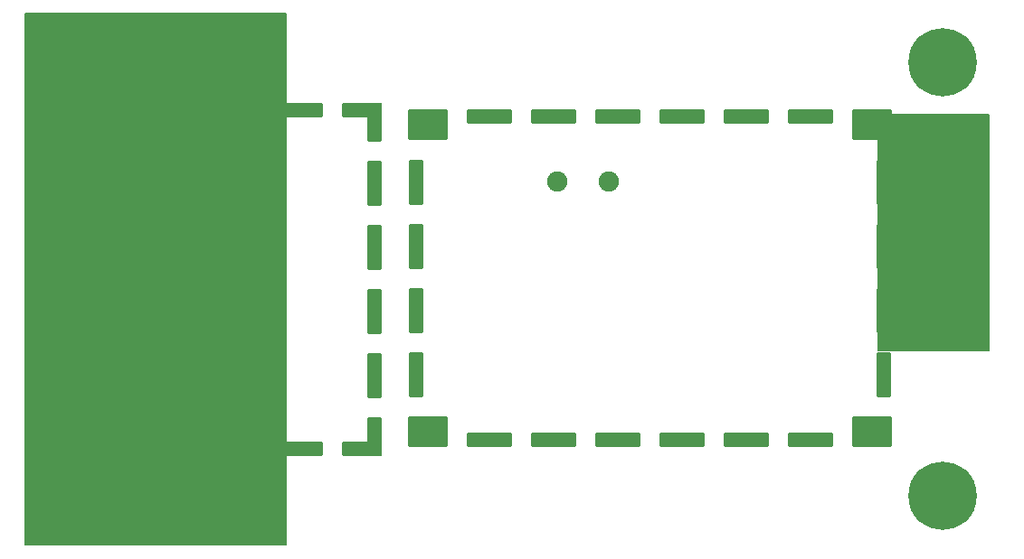
<source format=gbr>
%TF.GenerationSoftware,KiCad,Pcbnew,6.0.4-6f826c9f35~116~ubuntu20.04.1*%
%TF.CreationDate,2022-05-02T06:34:00+00:00*%
%TF.ProjectId,USTSIPIN01,55535453-4950-4494-9e30-312e6b696361,REV*%
%TF.SameCoordinates,Original*%
%TF.FileFunction,Soldermask,Top*%
%TF.FilePolarity,Negative*%
%FSLAX46Y46*%
G04 Gerber Fmt 4.6, Leading zero omitted, Abs format (unit mm)*
G04 Created by KiCad (PCBNEW 6.0.4-6f826c9f35~116~ubuntu20.04.1) date 2022-05-02 06:34:00*
%MOMM*%
%LPD*%
G01*
G04 APERTURE LIST*
G04 Aperture macros list*
%AMRoundRect*
0 Rectangle with rounded corners*
0 $1 Rounding radius*
0 $2 $3 $4 $5 $6 $7 $8 $9 X,Y pos of 4 corners*
0 Add a 4 corners polygon primitive as box body*
4,1,4,$2,$3,$4,$5,$6,$7,$8,$9,$2,$3,0*
0 Add four circle primitives for the rounded corners*
1,1,$1+$1,$2,$3*
1,1,$1+$1,$4,$5*
1,1,$1+$1,$6,$7*
1,1,$1+$1,$8,$9*
0 Add four rect primitives between the rounded corners*
20,1,$1+$1,$2,$3,$4,$5,0*
20,1,$1+$1,$4,$5,$6,$7,0*
20,1,$1+$1,$6,$7,$8,$9,0*
20,1,$1+$1,$8,$9,$2,$3,0*%
G04 Aperture macros list end*
%ADD10C,0.150000*%
%ADD11C,6.400000*%
%ADD12RoundRect,0.200000X0.762000X-0.762000X0.762000X0.762000X-0.762000X0.762000X-0.762000X-0.762000X0*%
%ADD13C,1.924000*%
%ADD14RoundRect,0.200000X-0.762000X-0.762000X0.762000X-0.762000X0.762000X0.762000X-0.762000X0.762000X0*%
%ADD15RoundRect,0.200000X-1.650000X-1.275000X1.650000X-1.275000X1.650000X1.275000X-1.650000X1.275000X0*%
%ADD16RoundRect,0.200000X-1.900000X-0.500000X1.900000X-0.500000X1.900000X0.500000X-1.900000X0.500000X0*%
%ADD17RoundRect,0.200000X-0.500000X-1.900000X0.500000X-1.900000X0.500000X1.900000X-0.500000X1.900000X0*%
%ADD18RoundRect,0.200000X-0.500000X-0.500000X0.500000X-0.500000X0.500000X0.500000X-0.500000X0.500000X0*%
%ADD19RoundRect,0.200000X-0.500000X-1.150000X0.500000X-1.150000X0.500000X1.150000X-0.500000X1.150000X0*%
%ADD20RoundRect,0.200000X-1.150000X-0.500000X1.150000X-0.500000X1.150000X0.500000X-1.150000X0.500000X0*%
%ADD21C,1.900000*%
G04 APERTURE END LIST*
D10*
G36*
X24892000Y508000D02*
G01*
X508000Y508000D01*
X508000Y50292000D01*
X24892000Y50292000D01*
X24892000Y508000D01*
G37*
X24892000Y508000D02*
X508000Y508000D01*
X508000Y50292000D01*
X24892000Y50292000D01*
X24892000Y508000D01*
D11*
%TO.C,M2*%
X86360000Y45720000D03*
%TD*%
%TO.C,M3*%
X5080000Y45720000D03*
%TD*%
%TO.C,M4*%
X5080000Y5080000D03*
%TD*%
D12*
%TO.C,J1*%
X84963000Y25908000D03*
X87503000Y25908000D03*
%TD*%
%TO.C,J2*%
X84963000Y28448000D03*
X87503000Y28448000D03*
%TD*%
%TO.C,J3*%
X84963000Y23368000D03*
X87503000Y23368000D03*
%TD*%
D13*
%TO.C,D2*%
X15360000Y34190000D03*
X10360000Y34190000D03*
%TD*%
D14*
%TO.C,J4*%
X84963000Y36068000D03*
%TD*%
%TO.C,J5*%
X87503000Y36068000D03*
%TD*%
%TO.C,J6*%
X84963000Y33528000D03*
%TD*%
%TO.C,J7*%
X87503000Y33528000D03*
%TD*%
%TO.C,J19*%
X84963000Y30988000D03*
X87503000Y30988000D03*
%TD*%
D11*
%TO.C,M1*%
X86360000Y5080000D03*
%TD*%
D15*
%TO.C,M5*%
X79726000Y39873000D03*
D16*
X49976000Y10348000D03*
X61976000Y40648000D03*
D15*
X38226000Y11123000D03*
D16*
X55976000Y40648000D03*
D17*
X37076000Y34498000D03*
D16*
X43976000Y40648000D03*
D17*
X80876000Y34498000D03*
D16*
X73976000Y10348000D03*
X67976000Y10348000D03*
D15*
X38226000Y39873000D03*
D16*
X49976000Y40648000D03*
X67976000Y40648000D03*
D17*
X37076000Y16498000D03*
X37076000Y28498000D03*
D16*
X55976000Y10348000D03*
D17*
X80876000Y16498000D03*
D16*
X61976000Y10348000D03*
D17*
X80876000Y22498000D03*
X80876000Y28498000D03*
D16*
X73976000Y40648000D03*
X43976000Y10348000D03*
D15*
X79726000Y11123000D03*
D17*
X37076000Y22498000D03*
%TD*%
D16*
%TO.C,M8*%
X14272000Y41300000D03*
D17*
X33172000Y16400000D03*
D16*
X8272000Y41300000D03*
D18*
X33172000Y41300000D03*
X1372000Y9500000D03*
D17*
X1372000Y16400000D03*
D19*
X33172000Y11150000D03*
D17*
X33172000Y22400000D03*
D16*
X20272000Y9500000D03*
D20*
X31522000Y41300000D03*
X3022000Y41300000D03*
D18*
X1372000Y41300000D03*
D17*
X33172000Y28400000D03*
D16*
X26272000Y9500000D03*
X26272000Y41300000D03*
D17*
X1372000Y34400000D03*
D19*
X1372000Y11150000D03*
D17*
X1372000Y28400000D03*
D19*
X1372000Y39650000D03*
D20*
X3022000Y9500000D03*
D16*
X8272000Y9500000D03*
X20272000Y41300000D03*
X14272000Y9500000D03*
D18*
X33172000Y9500000D03*
D19*
X33172000Y39650000D03*
D17*
X33172000Y34400000D03*
D20*
X31522000Y9500000D03*
D17*
X1372000Y22400000D03*
%TD*%
D21*
%TO.C,Y1*%
X50292000Y34544000D03*
X55172000Y34544000D03*
%TD*%
G36*
X90747121Y40873998D02*
G01*
X90793614Y40820342D01*
X90805000Y40768000D01*
X90805000Y18795000D01*
X90784998Y18726879D01*
X90731342Y18680386D01*
X90679000Y18669000D01*
X80390000Y18669000D01*
X80321879Y18689002D01*
X80275386Y18742658D01*
X80264000Y18795000D01*
X80264000Y40768000D01*
X80284002Y40836121D01*
X80337658Y40882614D01*
X80390000Y40894000D01*
X90679000Y40894000D01*
X90747121Y40873998D01*
G37*
M02*

</source>
